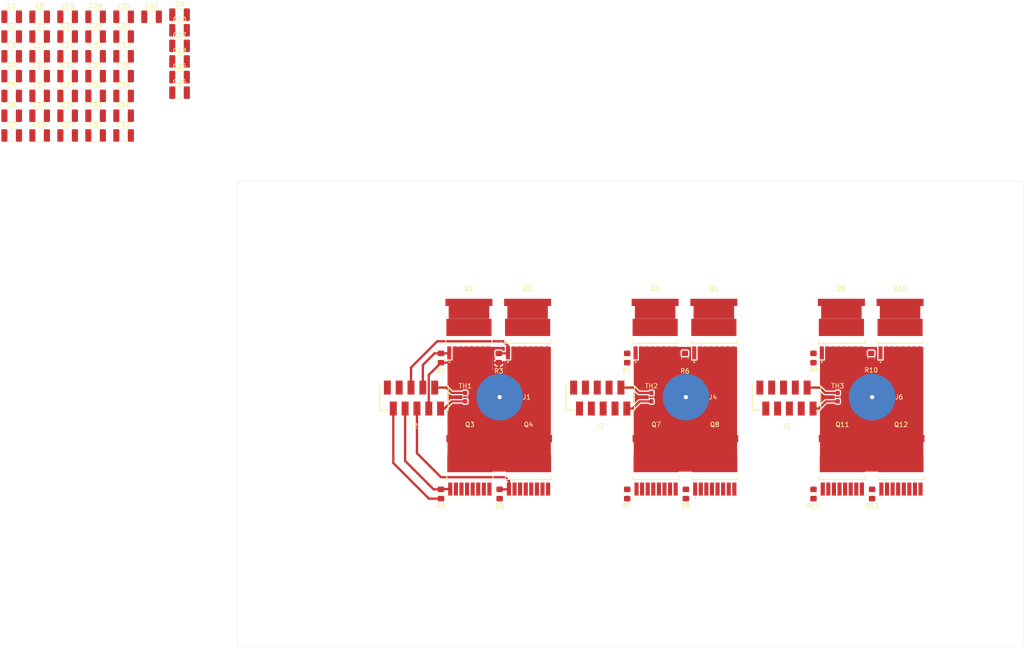
<source format=kicad_pcb>
(kicad_pcb (version 20240108) (generator "pcbnew") (generator_version "8.0")
  (layers (0 "F.Cu" signal) (31 "B.Cu" signal) (34 "B.Paste" user) (35 "F.Paste" user) (36 "B.SilkS" user "B.Silkscreen") (37 "F.SilkS" user "F.Silkscreen") (38 "B.Mask" user) (39 "F.Mask" user) (44 "Edge.Cuts" user))
  (net 0 "")
  (net 1 "GND")
  (net 2 "+24V")
  (net 3 "GNDPWR")
  (net 4 "Gate_A_Low_2")
  (net 5 "Gate_A_High_1")
  (net 6 "Gate_A_High_2")
  (net 7 "Gate_A_Low_1")
  (net 8 "A")
  (net 9 "VDC")
  (net 13 "Gate_B_Low_2")
  (net 14 "Gate_B_High_1")
  (net 15 "Gate_B_Low_1")
  (net 16 "B")
  (net 17 "Gate_B_High_2")
  (net 19 "Gate_C_Low_2")
  (net 20 "Gate_C_High_2")
  (net 22 "Gate_C_Low_1")
  (net 23 "Gate_C_High_1")
  (net 24 "C")
  (net 25 "NTC_A_2")
  (net 26 "NTC_A_1")
  (net 27 "NTC_B_2")
  (net 28 "NTC_B_1")
  (net 29 "NTC_C_2")
  (net 30 "NTC_C_1")
  (footprint "Capacitor_SMD:C_1210_3225Metric_Pad1.33x2.70mm_HandSolder" (layer "F.Cu") (at 36.4175 31.45)
    (property "Reference" "C31")
    (property "Value" "10u")
  )
  (footprint "Capacitor_SMD:C_1210_3225Metric_Pad1.33x2.70mm_HandSolder" (layer "F.Cu") (at 36.4175 27.2)
    (property "Reference" "C30")
    (property "Value" "10u")
  )
  (footprint "Capacitor_SMD:C_1210_3225Metric_Pad1.33x2.70mm_HandSolder" (layer "F.Cu") (at 24.3975 31.45)
    (property "Reference" "C13")
    (property "Value" "10u")
  )
  (footprint "MOSFET_MY:IPTG007N06NM5ATMA1" (layer "F.Cu") (at 116.6 84.555)
    (property "Reference" "Q1")
    (property "Value" "2N7002" (hide yes))
  )
  (footprint "Resistor_SMD:R_0805_2012Metric_Pad1.20x1.40mm_HandSolder" (layer "F.Cu") (at 123 92 90)
    (property "Reference" "R3")
    (property "Value" "10k")
  )
  (footprint "Capacitor_SMD:C_1210_3225Metric_Pad1.33x2.70mm_HandSolder" (layer "F.Cu") (at 36.4175 39.95)
    (property "Reference" "C33")
    (property "Value" "10u")
  )
  (footprint "Capacitor_SMD:C_1210_3225Metric_Pad1.33x2.70mm_HandSolder" (layer "F.Cu") (at 54.4475 18.25)
    (property "Reference" "C9")
    (property "Value" "10u")
  )
  (footprint "Capacitor_SMD:C_1210_3225Metric_Pad1.33x2.70mm_HandSolder" (layer "F.Cu") (at 18.3875 22.95)
    (property "Reference" "C2")
    (property "Value" "10u")
  )
  (footprint "Resistor_SMD:R_0805_2012Metric_Pad1.20x1.40mm_HandSolder" (layer "F.Cu") (at 190.6 92 90)
    (property "Reference" "R9")
    (property "Value" "10k")
  )
  (footprint "Capacitor_SMD:C_1210_3225Metric_Pad1.33x2.70mm_HandSolder" (layer "F.Cu") (at 30.4075 27.2)
    (property "Reference" "C21")
    (property "Value" "10u")
  )
  (footprint "Resistor_SMD:R_0603_1608Metric_Pad0.98x0.95mm_HandSolder" (layer "F.Cu") (at 195.8 100.4 -90)
    (property "Reference" "TH3")
    (property "Value" "Thermistor_NTC")
  )
  (footprint "MOSFET_MY:IPTG007N06NM5ATMA1" (layer "F.Cu") (at 209.2 84.555)
    (property "Reference" "Q10")
    (property "Value" "2N7002" (hide yes))
  )
  (footprint "Capacitor_SMD:C_1210_3225Metric_Pad1.33x2.70mm_HandSolder" (layer "F.Cu") (at 42.4275 27.2)
    (property "Reference" "C37")
    (property "Value" "10u")
  )
  (footprint "MOSFET_MY:IPTG007N06NM5ATMA1" (layer "F.Cu") (at 169.2 84.555)
    (property "Reference" "Q6")
    (property "Value" "2N7002" (hide yes))
  )
  (footprint "Capacitor_SMD:C_1210_3225Metric_Pad1.33x2.70mm_HandSolder" (layer "F.Cu") (at 30.4075 31.45)
    (property "Reference" "C22")
    (property "Value" "10u")
  )
  (footprint "Connector_My:11882750" (layer "F.Cu") (at 104.8 100.6 180)
    (property "Reference" "J2")
    (property "Value" "Control_A" (hide yes))
  )
  (footprint "Capacitor_SMD:C_1210_3225Metric_Pad1.33x2.70mm_HandSolder" (layer "F.Cu") (at 36.4175 18.7)
    (property "Reference" "C28")
    (property "Value" "10u")
  )
  (footprint "Capacitor_SMD:C_1210_3225Metric_Pad1.33x2.70mm_HandSolder" (layer "F.Cu") (at 54.4475 31.65)
    (property "Reference" "C25")
    (property "Value" "10u")
  )
  (footprint "Resistor_SMD:R_0805_2012Metric_Pad1.20x1.40mm_HandSolder" (layer "F.Cu") (at 110.6 92 90)
    (property "Reference" "R2")
    (property "Value" "10k")
  )
  (footprint "MOSFET_MY:IPTG007N06NM5ATMA1" (layer "F.Cu") (at 209.4 113.8)
    (property "Reference" "Q12")
    (property "Value" "2N7002" (hide yes))
  )
  (footprint "Capacitor_SMD:C_1210_3225Metric_Pad1.33x2.70mm_HandSolder" (layer "F.Cu") (at 18.3875 18.7)
    (property "Reference" "C1")
    (property "Value" "10u")
  )
  (footprint "Resistor_SMD:R_0805_2012Metric_Pad1.20x1.40mm_HandSolder" (layer "F.Cu") (at 190.6 121.2 90)
    (property "Reference" "R11")
    (property "Value" "10k")
  )
  (footprint "Resistor_SMD:R_0805_2012Metric_Pad1.20x1.40mm_HandSolder" (layer "F.Cu") (at 203 92 90)
    (property "Reference" "R10")
    (property "Value" "10k")
  )
  (footprint "MOSFET_MY:IPTG007N06NM5ATMA1" (layer "F.Cu") (at 156.6 84.555)
    (property "Reference" "Q5")
    (property "Value" "2N7002" (hide yes))
  )
  (footprint "Resistor_SMD:R_0805_2012Metric_Pad1.20x1.40mm_HandSolder" (layer "F.Cu") (at 110.6 121.2 90)
    (property "Reference" "R4")
    (property "Value" "10k")
  )
  (footprint "Capacitor_SMD:C_1210_3225Metric_Pad1.33x2.70mm_HandSolder" (layer "F.Cu") (at 24.3975 39.95)
    (property "Reference" "C15")
    (property "Value" "10u")
  )
  (footprint "Capacitor_SMD:C_1210_3225Metric_Pad1.33x2.70mm_HandSolder" (layer "F.Cu") (at 30.4075 35.7)
    (property "Reference" "C23")
    (property "Value" "10u")
  )
  (footprint "Capacitor_SMD:C_1210_3225Metric_Pad1.33x2.70mm_HandSolder" (layer "F.Cu") (at 24.3975 18.7)
    (property "Reference" "C8")
    (property "Value" "10u")
  )
  (footprint "Capacitor_SMD:C_1210_3225Metric_Pad1.33x2.70mm_HandSolder" (layer "F.Cu") (at 42.4275 44.2)
    (property "Reference" "C41")
    (property "Value" "10u")
  )
  (footprint "Resistor_SMD:R_0805_2012Metric_Pad1.20x1.40mm_HandSolder" (layer "F.Cu") (at 150.6 121.2 90)
    (property "Reference" "R7")
    (property "Value" "10k")
  )
  (footprint "Capacitor_SMD:C_1210_3225Metric_Pad1.33x2.70mm_HandSolder" (layer "F.Cu") (at 24.3975 22.95)
    (property "Reference" "C11")
    (property "Value" "10u")
  )
  (footprint "MOSFET_MY:IPTG007N06NM5ATMA1" (layer "F.Cu") (at 116.8 113.8)
    (property "Reference" "Q3")
    (property "Value" "2N7002" (hide yes))
  )
  (footprint "Capacitor_SMD:C_1210_3225Metric_Pad1.33x2.70mm_HandSolder" (layer "F.Cu") (at 36.4175 44.2)
    (property "Reference" "C34")
    (property "Value" "10u")
  )
  (footprint "Resistor_SMD:R_0805_2012Metric_Pad1.20x1.40mm_HandSolder" (layer "F.Cu") (at 123.2 121.2 90)
    (property "Reference" "R5")
    (property "Value" "10k")
  )
  (footprint "Connector_My:11882750" (layer "F.Cu") (at 184.8 100.6 180)
    (property "Reference" "J5")
    (property "Value" "Control_A" (hide yes))
  )
  (footprint "Capacitor_SMD:C_1210_3225Metric_Pad1.33x2.70mm_HandSolder" (layer "F.Cu") (at 18.3875 27.2)
    (property "Reference" "C3")
    (property "Value" "10u")
  )
  (footprint "Connector_My:11882750" (layer "F.Cu") (at 144.8 100.6 180)
    (property "Reference" "J3")
    (property "Value" "Control_A" (hide yes))
  )
  (footprint "Capacitor_SMD:C_1210_3225Metric_Pad1.33x2.70mm_HandSolder" (layer "F.Cu") (at 54.4475 28.3)
    (property "Reference" "C18")
    (property "Value" "10u")
  )
  (footprint "Resistor_SMD:R_0805_2012Metric_Pad1.20x1.40mm_HandSolder" (layer "F.Cu") (at 150.6 92 90)
    (property "Reference" "R1")
    (property "Value" "10k")
  )
  (footprint "Capacitor_SMD:C_1210_3225Metric_Pad1.33x2.70mm_HandSolder" (layer "F.Cu") (at 24.3975 35.7)
    (property "Reference" "C14")
    (property "Value" "10u")
  )
  (footprint "Capacitor_SMD:C_1210_3225Metric_Pad1.33x2.70mm_HandSolder" (layer "F.Cu") (at 30.4075 22.95)
    (property "Reference" "C20")
    (property "Value" "10u")
  )
  (footprint "Resistor_SMD:R_0805_2012Metric_Pad1.20x1.40mm_HandSolder" (layer "F.Cu") (at 163.2 121.2 90)
    (property "Reference" "R8")
    (property "Value" "10k")
  )
  (footprint "Connector_My:Bush_M4" (layer "F.Cu") (at 203.2 100.4)
    (property "Reference" "J6")
    (property "Value" "C")
  )
  (footprint "MOSFET_MY:IPTG007N06NM5ATMA1" (layer "F.Cu") (at 129.4 113.8)
    (property "Reference" "Q4")
    (property "Value" "2N7002" (hide yes))
  )
  (footprint "Connector_My:Bush_M4" (layer "F.Cu") (at 123.2 100.4)
    (property "Reference" "J1")
    (property "Value" "A")
  )
  (footprint "Capacitor_SMD:C_1210_3225Metric_Pad1.33x2.70mm_HandSolder" (layer "F.Cu") (at 18.3875 39.95)
    (property "Reference" "C6")
    (property "Value" "10u")
  )
  (footprint "Capacitor_SMD:C_1210_3225Metric_Pad1.33x2.70mm_HandSolder" (layer "F.Cu") (at 42.4275 39.95)
    (property "Reference" "C40")
    (property "Value" "10u")
  )
  (footprint "MOSFET_MY:IPTG007N06NM5ATMA1" (layer "F.Cu") (at 156.8 113.8)
    (property "Reference" "Q7")
    (property "Value" "2N7002" (hide yes))
  )
  (footprint "Capacitor_SMD:C_1210_3225Metric_Pad1.33x2.70mm_HandSolder" (layer "F.Cu") (at 42.4275 18.7)
    (property "Reference" "C35")
    (property "Value" "10u")
  )
  (footprint "Capacitor_SMD:C_1210_3225Metric_Pad1.33x2.70mm_HandSolder" (layer "F.Cu") (at 18.3875 35.7)
    (property "Reference" "C5")
    (property "Value" "10u")
  )
  (footprint "Capacitor_SMD:C_1210_3225Metric_Pad1.33x2.70mm_HandSolder" (layer "F.Cu") (at 42.4275 35.7)
    (property "Reference" "C39")
    (property "Value" "10u")
  )
  (footprint "Capacitor_SMD:C_1210_3225Metric_Pad1.33x2.70mm_HandSolder" (layer "F.Cu") (at 54.4475 24.95)
    (property "Reference" "C17")
    (property "Value" "10u")
  )
  (footprint "MOSFET_MY:IPTG007N06NM5ATMA1" (layer "F.Cu") (at 169.4 113.8)
    (property "Reference" "Q8")
    (property "Value" "2N7002" (hide yes))
  )
  (footprint "Capacitor_SMD:C_1210_3225Metric_Pad1.33x2.70mm_HandSolder" (layer "F.Cu") (at 30.4075 18.7)
    (property "Reference" "C19")
    (property "Value" "10u")
  )
  (footprint "Capacitor_SMD:C_1210_3225Metric_Pad1.33x2.70mm_HandSolder" (layer "F.Cu") (at 18.3875 31.45)
    (property "Reference" "C4")
    (property "Value" "10u")
  )
  (footprint "Capacitor_SMD:C_1210_3225Metric_Pad1.33x2.70mm_HandSolder" (layer "F.Cu") (at 36.4175 22.95)
    (property "Reference" "C29")
    (property "Value" "10u")
  )
  (footprint "Resistor_SMD:R_0805_2012Metric_Pad1.20x1.40mm_HandSolder" (layer "F.Cu") (at 163 92 90)
    (property "Reference" "R6")
    (property "Value" "10k")
  )
  (footprint "Capacitor_SMD:C_1210_3225Metric_Pad1.33x2.70mm_HandSolder" (layer "F.Cu") (at 48.4375 18.7)
    (property "Reference" "C42")
    (property "Value" "10u")
  )
  (footprint "Resistor_SMD:R_0603_1608Metric_Pad0.98x0.95mm_HandSolder" (layer "F.Cu") (at 155.8 100.4 -90)
    (property "Reference" "TH2")
    (property "Value" "Thermistor_NTC")
  )
  (footprint "MOSFET_MY:IPTG007N06NM5ATMA1" (layer "F.Cu") (at 129.2 84.555)
    (property "Reference" "Q2")
    (property "Value" "2N7002" (hide yes))
  )
  (footprint "Resistor_SMD:R_0603_1608Metric_Pad0.98x0.95mm_HandSolder" (layer "F.Cu") (at 115.8 100.4 -90)
    (property "Reference" "TH1")
    (property "Value" "Thermistor_NTC")
  )
  (footprint "Capacitor_SMD:C_1210_3225Metric_Pad1.33x2.70mm_HandSolder" (layer "F.Cu") (at 24.3975 44.2)
    (property "Reference" "C16")
    (property "Value" "10u")
  )
  (footprint "MOSFET_MY:IPTG007N06NM5ATMA1" (layer "F.Cu") (at 196.6 84.555)
    (property "Reference" "Q9")
    (property "Value" "2N7002" (hide yes))
  )
  (footprint "Capacitor_SMD:C_1210_3225Metric_Pad1.33x2.70mm_HandSolder" (layer "F.Cu") (at 42.4275 22.95)
    (property "Reference" "C36")
    (property "Value" "10u")
  )
  (footprint "Capacitor_SMD:C_1210_3225Metric_Pad1.33x2.70mm_HandSolder" (layer "F.Cu") (at 42.4275 31.45)
    (property "Reference" "C38")
    (property "Value" "10u")
  )
  (footprint "Capacitor_SMD:C_1210_3225Metric_Pad1.33x2.70mm_HandSolder" (layer "F.Cu") (at 30.4075 39.95)
    (property "Reference" "C24")
    (property "Value" "10u")
  )
  (footprint "Capacitor_SMD:C_1210_3225Metric_Pad1.33x2.70mm_HandSolder" (layer "F.Cu") (at 30.4075 44.2)
    (property "Reference" "C27")
    (property "Value" "10u")
  )
  (footprint "MOSFET_MY:IPTG007N06NM5ATMA1" (layer "F.Cu") (at 196.8 113.8)
    (property "Reference" "Q11")
    (property "Value" "2N7002" (hide yes))
  )
  (footprint "Capacitor_SMD:C_1210_3225Metric_Pad1.33x2.70mm_HandSolder" (layer "F.Cu") (at 36.4175 35.7)
    (property "Reference" "C32")
    (property "Value" "10u")
  )
  (footprint "Capacitor_SMD:C_1210_3225Metric_Pad1.33x2.70mm_HandSolder" (layer "F.Cu") (at 54.4475 21.6)
    (property "Reference" "C10")
    (property "Value" "10u")
  )
  (footprint "Capacitor_SMD:C_1210_3225Metric_Pad1.33x2.70mm_HandSolder" (layer "F.Cu") (at 24.3975 27.2)
    (property "Reference" "C12")
    (property "Value" "10u")
  )
  (footprint "Resistor_SMD:R_0805_2012Metric_Pad1.20x1.40mm_HandSolder" (layer "F.Cu") (at 203.2 121.2 90)
    (property "Reference" "R12")
    (property "Value" "10k")
  )
  (footprint "Capacitor_SMD:C_1210_3225Metric_Pad1.33x2.70mm_HandSolder" (layer "F.Cu") (at 18.3875 44.2)
    (property "Reference" "C7")
    (property "Value" "10u")
  )
  (footprint "Capacitor_SMD:C_1210_3225Metric_Pad1.33x2.70mm_HandSolder" (layer "F.Cu") (at 54.4475 35)
    (property "Reference" "C26")
    (property "Value" "10u")
  )
  (footprint "Connector_My:Bush_M4" (layer "F.Cu") (at 163.2 100.4)
    (property "Reference" "J4")
    (property "Value" "B")
  )
  (gr_rect (start 66.8 54) (end 235.8 154) (stroke (width 0.05)) (fill none) (layer "Edge.Cuts"))
  (segment (start 100.355 102.85) (end 100.355 114.555) (width 0.5) (layer "F.Cu") (net 3))
  (segment (start 108 122.2) (end 110.6 122.2) (width 0.5) (layer "F.Cu") (net 3))
  (segment (start 100.355 114.555) (end 108 122.2) (width 0.5) (layer "F.Cu") (net 3))
  (segment (start 125.145 120.2) (end 125.2 120.145) (width 0.5) (layer "F.Cu") (net 4))
  (segment (start 124.4 117.6) (end 125.2 118.4) (width 0.5) (layer "F.Cu") (net 4))
  (segment (start 105.435 112.435) (end 110.6 117.6) (width 0.5) (layer "F.Cu") (net 4))
  (segment (start 110.6 117.6) (end 124.4 117.6) (width 0.5) (layer "F.Cu") (net 4))
  (segment (start 123.2 120.2) (end 125.145 120.2) (width 0.5) (layer "F.Cu") (net 4))
  (segment (start 105.435 102.85) (end 105.435 112.435) (width 0.5) (layer "F.Cu") (net 4))
  (segment (start 125.2 118.4) (end 125.2 120.145) (width 0.5) (layer "F.Cu") (net 4))
  (segment (start 110.6 91) (end 112.3 91) (width 0.5) (layer "F.Cu") (net 5))
  (segment (start 106.705 98.35) (end 106.705 93.495) (width 0.5) (layer "F.Cu") (net 5))
  (segment (start 109.2 91) (end 110.6 91) (width 0.5) (layer "F.Cu") (net 5))
  (segment (start 106.705 93.495) (end 109.2 91) (width 0.5) (layer "F.Cu") (net 5))
  (segment (start 112.3 91) (end 112.4 90.9) (width 0.5) (layer "F.Cu") (net 5))
  (segment (start 104.165 98.35) (end 104.165 94.035) (width 0.5) (layer "F.Cu") (net 6))
  (segment (start 109.8 88.4) (end 124 88.4) (width 0.5) (layer "F.Cu") (net 6))
  (segment (start 123 91) (end 124.9 91) (width 0.5) (layer "F.Cu") (net 6))
  (segment (start 124.9 91) (end 125 90.9) (width 0.5) (layer "F.Cu") (net 6))
  (segment (start 125 89.4) (end 125 90.9) (width 0.5) (layer "F.Cu") (net 6))
  (segment (start 124 88.4) (end 125 89.4) (width 0.5) (layer "F.Cu") (net 6))
  (segment (start 104.165 94.035) (end 109.8 88.4) (width 0.5) (layer "F.Cu") (net 6))
  (segment (start 110.655 120.145) (end 110.6 120.2) (width 0.5) (layer "F.Cu") (net 7))
  (segment (start 102.895 102.85) (end 102.895 114.095) (width 0.5) (layer "F.Cu") (net 7))
  (segment (start 112.6 120.145) (end 110.655 120.145) (width 0.5) (layer "F.Cu") (net 7))
  (segment (start 102.895 114.095) (end 109 120.2) (width 0.5) (layer "F.Cu") (net 7))
  (segment (start 109 120.2) (end 110.6 120.2) (width 0.5) (layer "F.Cu") (net 7))
  (segment (start 113.6 92.8) (end 113.6 90.9) (width 0.5) (layer "F.Cu") (net 8))
  (segment (start 113.4 93) (end 113.6 92.8) (width 0.5) (layer "F.Cu") (net 8))
  (segment (start 110.6 93) (end 113.4 93) (width 0.5) (layer "F.Cu") (net 8))
  (segment (start 107.975 102.85) (end 107.975 95.625) (width 0.5) (layer "F.Cu") (net 8))
  (segment (start 107.975 95.625) (end 110.6 93) (width 0.5) (layer "F.Cu") (net 8))
  (segment (start 112.8875 101.3125) (end 115.8 101.3125) (width 0.5) (layer "F.Cu") (net 25))
  (segment (start 110.515 102.85) (end 111.35 102.85) (width 0.5) (layer "F.Cu") (net 25))
  (segment (start 111.35 102.85) (end 112.8875 101.3125) (width 0.5) (layer "F.Cu") (net 25))
  (segment (start 111.75 98.35) (end 112.8875 99.4875) (width 0.5) (layer "F.Cu") (net 26))
  (segment (start 109.245 98.35) (end 111.75 98.35) (width 0.5) (layer "F.Cu") (net 26))
  (segment (start 112.8875 99.4875) (end 115.8 99.4875) (width 0.5) (layer "F.Cu") (net 26))
  (segment (start 150.515 102.85) (end 151.75 102.85) (width 0.5) (layer "F.Cu") (net 27))
  (segment (start 153.2875 101.3125) (end 155.8 101.3125) (width 0.5) (layer "F.Cu") (net 27))
  (segment (start 151.75 102.85) (end 153.2875 101.3125) (width 0.5) (layer "F.Cu") (net 27))
  (segment (start 149.245 98.35) (end 151.95 98.35) (width 0.5) (layer "F.Cu") (net 28))
  (segment (start 151.95 98.35) (end 153.0875 99.4875) (width 0.5) (layer "F.Cu") (net 28))
  (segment (start 153.0875 99.4875) (end 155.8 99.4875) (width 0.5) (layer "F.Cu") (net 28))
  (segment (start 193.2875 101.3125) (end 195.8 101.3125) (width 0.5) (layer "F.Cu") (net 29))
  (segment (start 191.75 102.85) (end 193.2875 101.3125) (width 0.5) (layer "F.Cu") (net 29))
  (segment (start 190.515 102.85) (end 191.75 102.85) (width 0.5) (layer "F.Cu") (net 29))
  (segment (start 193.0875 99.4875) (end 195.8 99.4875) (width 0.5) (layer "F.Cu") (net 30))
  (segment (start 189.245 98.35) (end 191.95 98.35) (width 0.5) (layer "F.Cu") (net 30))
  (segment (start 191.95 98.35) (end 193.0875 99.4875) (width 0.5) (layer "F.Cu") (net 30))
  (zone (net 8) (net_name "A") (layer "F.Cu") (connect_pads yes (clearance 0.25)) (min_thickness 0.25) (fill yes (thermal_gap 0.5) (thermal_bridge_width 0.5))
    (polygon (pts (xy 112 116.4) (xy 134.2 116.4) (xy 134.2 89.6) (xy 112 89.6)))
  )
  (zone (net 8) (net_name "A") (layer "F.Cu") (priority 1) (connect_pads (clearance 0.5)) (min_thickness 0.25) (fill yes (thermal_gap 0.25) (thermal_bridge_width 0.5))
    (polygon (pts (xy 121.6 91.8) (xy 124.4 91.8) (xy 124.4 94.4) (xy 121.6 94.4)))
  )
  (zone (net 24) (net_name "C") (layer "F.Cu") (connect_pads yes (clearance 0.25)) (min_thickness 0.25) (fill yes (thermal_gap 0.5) (thermal_bridge_width 0.5))
    (polygon (pts (xy 192 116.4) (xy 214.2 116.4) (xy 214.2 89.6) (xy 192 89.6)))
  )
  (zone (net 16) (net_name "B") (layer "F.Cu") (connect_pads yes (clearance 0.25)) (min_thickness 0.25) (fill yes (thermal_gap 0.5) (thermal_bridge_width 0.5))
    (polygon (pts (xy 152 116.4) (xy 174.2 116.4) (xy 174.2 89.6) (xy 152 89.6)))
  )
)
</source>
